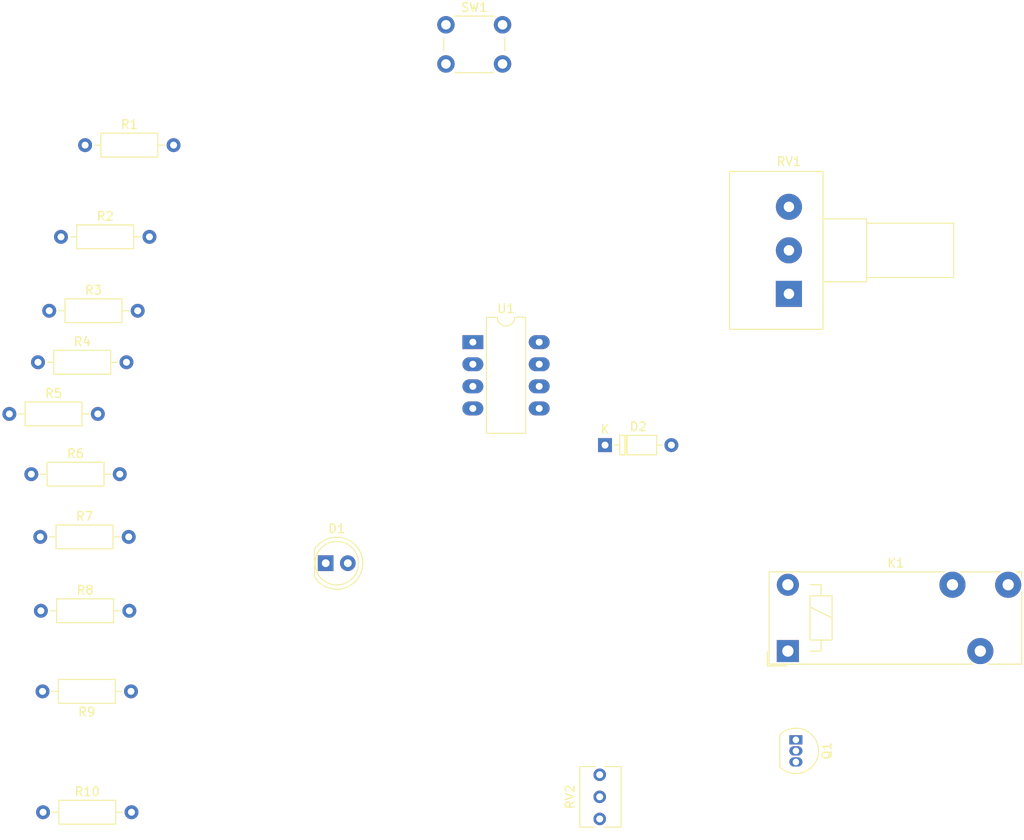
<source format=kicad_pcb>
(kicad_pcb (version 20240108) (generator "pcbnew") (generator_version "8.0")
  (layers (0 "F.Cu" signal) (31 "B.Cu" signal) (34 "B.Paste" user) (35 "F.Paste" user) (36 "B.SilkS" user "B.Silkscreen") (37 "F.SilkS" user "F.Silkscreen") (38 "B.Mask" user) (39 "F.Mask" user) (44 "Edge.Cuts" user))
  (net 0 "")
  (net 1 "GND")
  (net 2 "Net-(D1-A)")
  (net 3 "+12V")
  (net 4 "Net-(D2-A)")
  (net 8 "Net-(Q1-B)")
  (net 9 "Net-(U1A-+)")
  (net 10 "Net-(U1A--)")
  (net 11 "/V_out")
  (net 12 "Net-(U1B--)")
  (net 13 "Net-(R6-Pad1)")
  (net 14 "Net-(R7-Pad2)")
  (net 15 "Net-(U1B-+)")
  (net 16 "/V_in")
  (footprint "LED_THT:LED_D5.0mm" (layer "F.Cu") (at 88.22 104.94)
    (property "Reference" "D1" (at 1.27 -3.96 0) (layer "F.SilkS"))
    (property "Value" "LED")
    (fp_line (start -1.29 -1.545) (end -1.29 1.545) (stroke (width 0.12)) (layer "F.SilkS"))
    (fp_arc (start -1.29 -1.54483) (mid 2.072002 -2.880433) (end 4.26 0.000462) (stroke (width 0.12)) (layer "F.SilkS"))
    (fp_arc (start 4.26 -0.000462) (mid 2.072002 2.880433) (end -1.29 1.54483) (stroke (width 0.12)) (layer "F.SilkS"))
    (fp_circle (center 1.27 0) (end 3.77 0) (stroke (width 0.12)) (fill none) (layer "F.SilkS"))
    (pad "1" thru_hole rect (at 0 0) (size 1.8 1.8) (drill 0.9) (layers "*.Cu" "*.Mask") (net 1 "GND"))
    (pad "2" thru_hole circle (at 2.54 0) (size 1.8 1.8) (drill 0.9) (layers "*.Cu" "*.Mask") (net 2 "Net-(D1-A)"))
  )
  (footprint "Potentiometer_THT:Potentiometer_Bourns_3266Y_Vertical" (layer "F.Cu") (at 119.69 129.25 90)
    (property "Reference" "RV2" (at -2.54 -3.41 270) (layer "F.SilkS"))
    (property "Value" "100K")
    (fp_line (start 0.935 -2.28) (end 0.935 -0.494) (stroke (width 0.12)) (layer "F.SilkS"))
    (fp_line (start -6.015 -2.28) (end 0.935 -2.28) (stroke (width 0.12)) (layer "F.SilkS"))
    (fp_line (start -6.015 -2.28) (end -6.015 -0.494) (stroke (width 0.12)) (layer "F.SilkS"))
    (fp_line (start 0.935 0.496) (end 0.935 2.46) (stroke (width 0.12)) (layer "F.SilkS"))
    (fp_line (start -6.015 0.496) (end -6.015 2.46) (stroke (width 0.12)) (layer "F.SilkS"))
    (fp_line (start -6.015 2.46) (end 0.935 2.46) (stroke (width 0.12)) (layer "F.SilkS"))
    (pad "1" thru_hole circle (at 0 0 90) (size 1.44 1.44) (drill 0.8) (layers "*.Cu" "*.Mask") (net 12 "Net-(U1B--)"))
    (pad "2" thru_hole circle (at -2.54 0 90) (size 1.44 1.44) (drill 0.8) (layers "*.Cu" "*.Mask") (net 1 "GND"))
    (pad "3" thru_hole circle (at -5.08 0 90) (size 1.44 1.44) (drill 0.8) (layers "*.Cu" "*.Mask") (net 1 "GND"))
  )
  (footprint "Button_Switch_THT:SW_PUSH_6mm_H13mm" (layer "F.Cu") (at 102.03 43.07)
    (property "Reference" "SW1" (at 3.25 -2 0) (layer "F.SilkS"))
    (property "Value" "SW_Push")
    (fp_line (start -0.25 1.5) (end -0.25 3) (stroke (width 0.12)) (layer "F.SilkS"))
    (fp_line (start 1 5.5) (end 5.5 5.5) (stroke (width 0.12)) (layer "F.SilkS"))
    (fp_line (start 5.5 -1) (end 1 -1) (stroke (width 0.12)) (layer "F.SilkS"))
    (fp_line (start 6.75 3) (end 6.75 1.5) (stroke (width 0.12)) (layer "F.SilkS"))
    (pad "1" thru_hole circle (at 0 0 90) (size 2 2) (drill 1.1) (layers "*.Cu" "*.Mask") (net 3 "+12V"))
    (pad "1" thru_hole circle (at 6.5 0 90) (size 2 2) (drill 1.1) (layers "*.Cu" "*.Mask") (net 3 "+12V"))
    (pad "2" thru_hole circle (at 0 4.5 90) (size 2 2) (drill 1.1) (layers "*.Cu" "*.Mask") (net 14 "Net-(R7-Pad2)"))
    (pad "2" thru_hole circle (at 6.5 4.5 90) (size 2 2) (drill 1.1) (layers "*.Cu" "*.Mask") (net 14 "Net-(R7-Pad2)"))
  )
  (footprint "Resistor_THT:R_Axial_DIN0207_L6.3mm_D2.5mm_P10.16mm_Horizontal" (layer "F.Cu") (at 60.59 56.9)
    (property "Reference" "R1" (at 5.08 -2.37 0) (layer "F.SilkS"))
    (property "Value" "47K")
    (fp_line (start 1.04 0) (end 1.81 0) (stroke (width 0.12)) (layer "F.SilkS"))
    (fp_line (start 1.81 -1.37) (end 1.81 1.37) (stroke (width 0.12)) (layer "F.SilkS"))
    (fp_line (start 1.81 1.37) (end 8.35 1.37) (stroke (width 0.12)) (layer "F.SilkS"))
    (fp_line (start 8.35 -1.37) (end 1.81 -1.37) (stroke (width 0.12)) (layer "F.SilkS"))
    (fp_line (start 8.35 1.37) (end 8.35 -1.37) (stroke (width 0.12)) (layer "F.SilkS"))
    (fp_line (start 9.12 0) (end 8.35 0) (stroke (width 0.12)) (layer "F.SilkS"))
    (pad "1" thru_hole circle (at 0 0) (size 1.6 1.6) (drill 0.8) (layers "*.Cu" "*.Mask") (net 3 "+12V"))
    (pad "2" thru_hole oval (at 10.16 0) (size 1.6 1.6) (drill 0.8) (layers "*.Cu" "*.Mask") (net 9 "Net-(U1A-+)"))
  )
  (footprint "Relay_THT:Relay_1-Form-C_Schrack-RYII_RM3.2mm" (layer "F.Cu") (at 141.3 115.04)
    (property "Reference" "K1" (at 12.4 -10.12 0) (layer "F.SilkS"))
    (property "Value" "Relay_SPDT")
    (fp_line (start -2.35 0.05) (end -2.35 1.7) (stroke (width 0.12)) (layer "F.SilkS"))
    (fp_line (start -2.35 1.7) (end -0.1 1.7) (stroke (width 0.12)) (layer "F.SilkS"))
    (fp_line (start -2.15 -9.1) (end 18.05 -9.1) (stroke (width 0.12)) (layer "F.SilkS"))
    (fp_line (start -2.15 1.5) (end -2.15 -9.1) (stroke (width 0.12)) (layer "F.SilkS"))
    (fp_line (start 2.54 -7.62) (end 3.81 -7.62) (stroke (width 0.12)) (layer "F.SilkS"))
    (fp_line (start 2.54 -6.35) (end 3.81 -6.35) (stroke (width 0.12)) (layer "F.SilkS"))
    (fp_line (start 2.54 -5.08) (end 5.08 -3.81) (stroke (width 0.12)) (layer "F.SilkS"))
    (fp_line (start 2.54 -1.27) (end 2.54 -6.35) (stroke (width 0.12)) (layer "F.SilkS"))
    (fp_line (start 3.81 -7.62) (end 3.81 -6.35) (stroke (width 0.12)) (layer "F.SilkS"))
    (fp_line (start 3.81 -6.35) (end 5.08 -6.35) (stroke (width 0.12)) (layer "F.SilkS"))
    (fp_line (start 3.81 -1.27) (end 3.81 0) (stroke (width 0.12)) (layer "F.SilkS"))
    (fp_line (start 3.81 0) (end 2.54 0) (stroke (width 0.12)) (layer "F.SilkS"))
    (fp_line (start 5.08 -6.35) (end 5.08 -1.27) (stroke (width 0.12)) (layer "F.SilkS"))
    (fp_line (start 5.08 -1.27) (end 2.54 -1.27) (stroke (width 0.12)) (layer "F.SilkS"))
    (fp_line (start 19.8 -9.1) (end 24.4 -9.1) (stroke (width 0.12)) (layer "F.SilkS"))
    (fp_line (start 21.25 1.5) (end -2.15 1.5) (stroke (width 0.12)) (layer "F.SilkS"))
    (fp_line (start 26.2 -9.1) (end 26.85 -9.1) (stroke (width 0.12)) (layer "F.SilkS"))
    (fp_line (start 26.85 -9.1) (end 26.85 -8.4) (stroke (width 0.12)) (layer "F.SilkS"))
    (fp_line (start 26.85 -6.8) (end 26.85 1.5) (stroke (width 0.12)) (layer "F.SilkS"))
    (fp_line (start 26.85 1.5) (end 23 1.5) (stroke (width 0.12)) (layer "F.SilkS"))
    (pad "11" thru_hole circle (at 22.1 0) (size 3 3) (drill 1.3) (layers "*.Cu" "*.Mask"))
    (pad "12" thru_hole circle (at 18.9 -7.62) (size 3 3) (drill 1.3) (layers "*.Cu" "*.Mask"))
    (pad "14" thru_hole circle (at 25.3 -7.62) (size 3 3) (drill 1.3) (layers "*.Cu" "*.Mask"))
    (pad "A1" thru_hole rect (at 0 0) (size 2.54 2.54) (drill 1.3) (layers "*.Cu" "*.Mask") (net 3 "+12V"))
    (pad "A2" thru_hole circle (at 0 -7.62) (size 2.54 2.54) (drill 1.3) (layers "*.Cu" "*.Mask") (net 4 "Net-(D2-A)"))
  )
  (footprint "Package_TO_SOT_THT:TO-92_Inline" (layer "F.Cu") (at 142.22 125.24 -90)
    (property "Reference" "Q1" (at 1.27 -3.56 90) (layer "F.SilkS"))
    (property "Value" "BC548")
    (fp_line (start -0.53 1.85) (end 3.07 1.85) (stroke (width 0.12)) (layer "F.SilkS"))
    (fp_arc (start -0.568478 1.838478) (mid -1.132087 -0.994977) (end 1.27 -2.6) (stroke (width 0.12)) (layer "F.SilkS"))
    (fp_arc (start 1.27 -2.6) (mid 3.672087 -0.994977) (end 3.108478 1.838478) (stroke (width 0.12)) (layer "F.SilkS"))
    (pad "1" thru_hole rect (at 0 0 270) (size 1.05 1.5) (drill 0.75) (layers "*.Cu" "*.Mask") (net 4 "Net-(D2-A)"))
    (pad "2" thru_hole oval (at 1.27 0 270) (size 1.05 1.5) (drill 0.75) (layers "*.Cu" "*.Mask") (net 8 "Net-(Q1-B)"))
    (pad "3" thru_hole oval (at 2.54 0 270) (size 1.05 1.5) (drill 0.75) (layers "*.Cu" "*.Mask") (net 1 "GND"))
  )
  (footprint "Resistor_THT:R_Axial_DIN0207_L6.3mm_D2.5mm_P10.16mm_Horizontal" (layer "F.Cu") (at 55.51 110.41)
    (property "Reference" "R8" (at 5.08 -2.37 0) (layer "F.SilkS"))
    (property "Value" "1M")
    (fp_line (start 1.04 0) (end 1.81 0) (stroke (width 0.12)) (layer "F.SilkS"))
    (fp_line (start 1.81 -1.37) (end 1.81 1.37) (stroke (width 0.12)) (layer "F.SilkS"))
    (fp_line (start 1.81 1.37) (end 8.35 1.37) (stroke (width 0.12)) (layer "F.SilkS"))
    (fp_line (start 8.35 -1.37) (end 1.81 -1.37) (stroke (width 0.12)) (layer "F.SilkS"))
    (fp_line (start 8.35 1.37) (end 8.35 -1.37) (stroke (width 0.12)) (layer "F.SilkS"))
    (fp_line (start 9.12 0) (end 8.35 0) (stroke (width 0.12)) (layer "F.SilkS"))
    (pad "1" thru_hole circle (at 0 0) (size 1.6 1.6) (drill 0.8) (layers "*.Cu" "*.Mask") (net 15 "Net-(U1B-+)"))
    (pad "2" thru_hole oval (at 10.16 0) (size 1.6 1.6) (drill 0.8) (layers "*.Cu" "*.Mask") (net 1 "GND"))
  )
  (footprint "Resistor_THT:R_Axial_DIN0207_L6.3mm_D2.5mm_P10.16mm_Horizontal" (layer "F.Cu") (at 57.82 67.44)
    (property "Reference" "R2" (at 5.08 -2.37 0) (layer "F.SilkS"))
    (property "Value" "4K7")
    (fp_line (start 1.04 0) (end 1.81 0) (stroke (width 0.12)) (layer "F.SilkS"))
    (fp_line (start 1.81 -1.37) (end 1.81 1.37) (stroke (width 0.12)) (layer "F.SilkS"))
    (fp_line (start 1.81 1.37) (end 8.35 1.37) (stroke (width 0.12)) (layer "F.SilkS"))
    (fp_line (start 8.35 -1.37) (end 1.81 -1.37) (stroke (width 0.12)) (layer "F.SilkS"))
    (fp_line (start 8.35 1.37) (end 8.35 -1.37) (stroke (width 0.12)) (layer "F.SilkS"))
    (fp_line (start 9.12 0) (end 8.35 0) (stroke (width 0.12)) (layer "F.SilkS"))
    (pad "1" thru_hole circle (at 0 0) (size 1.6 1.6) (drill 0.8) (layers "*.Cu" "*.Mask") (net 9 "Net-(U1A-+)"))
    (pad "2" thru_hole oval (at 10.16 0) (size 1.6 1.6) (drill 0.8) (layers "*.Cu" "*.Mask") (net 1 "GND"))
  )
  (footprint "Resistor_THT:R_Axial_DIN0207_L6.3mm_D2.5mm_P10.16mm_Horizontal" (layer "F.Cu") (at 65.86 119.67 180)
    (property "Reference" "R9" (at 5.08 -2.37 180) (layer "F.SilkS"))
    (property "Value" "100R")
    (fp_line (start 9.12 0) (end 8.35 0) (stroke (width 0.12)) (layer "F.SilkS"))
    (fp_line (start 8.35 1.37) (end 8.35 -1.37) (stroke (width 0.12)) (layer "F.SilkS"))
    (fp_line (start 8.35 -1.37) (end 1.81 -1.37) (stroke (width 0.12)) (layer "F.SilkS"))
    (fp_line (start 1.81 1.37) (end 8.35 1.37) (stroke (width 0.12)) (layer "F.SilkS"))
    (fp_line (start 1.81 -1.37) (end 1.81 1.37) (stroke (width 0.12)) (layer "F.SilkS"))
    (fp_line (start 1.04 0) (end 1.81 0) (stroke (width 0.12)) (layer "F.SilkS"))
    (pad "1" thru_hole circle (at 0 0 180) (size 1.6 1.6) (drill 0.8) (layers "*.Cu" "*.Mask") (net 16 "/V_in"))
    (pad "2" thru_hole oval (at 10.16 0 180) (size 1.6 1.6) (drill 0.8) (layers "*.Cu" "*.Mask") (net 15 "Net-(U1B-+)"))
  )
  (footprint "Resistor_THT:R_Axial_DIN0207_L6.3mm_D2.5mm_P10.16mm_Horizontal" (layer "F.Cu") (at 51.89 87.79)
    (property "Reference" "R5" (at 5.08 -2.37 0) (layer "F.SilkS"))
    (property "Value" "2K2")
    (fp_line (start 1.04 0) (end 1.81 0) (stroke (width 0.12)) (layer "F.SilkS"))
    (fp_line (start 1.81 -1.37) (end 1.81 1.37) (stroke (width 0.12)) (layer "F.SilkS"))
    (fp_line (start 1.81 1.37) (end 8.35 1.37) (stroke (width 0.12)) (layer "F.SilkS"))
    (fp_line (start 8.35 -1.37) (end 1.81 -1.37) (stroke (width 0.12)) (layer "F.SilkS"))
    (fp_line (start 8.35 1.37) (end 8.35 -1.37) (stroke (width 0.12)) (layer "F.SilkS"))
    (fp_line (start 9.12 0) (end 8.35 0) (stroke (width 0.12)) (layer "F.SilkS"))
    (pad "1" thru_hole circle (at 0 0) (size 1.6 1.6) (drill 0.8) (layers "*.Cu" "*.Mask") (net 11 "/V_out"))
    (pad "2" thru_hole oval (at 10.16 0) (size 1.6 1.6) (drill 0.8) (layers "*.Cu" "*.Mask") (net 2 "Net-(D1-A)"))
  )
  (footprint "Diode_THT:D_DO-35_SOD27_P7.62mm_Horizontal" (layer "F.Cu") (at 120.3 91.37)
    (property "Reference" "D2" (at 3.81 -2.12 0) (layer "F.SilkS"))
    (property "Value" "D")
    (fp_line (start 1.04 0) (end 1.69 0) (stroke (width 0.12)) (layer "F.SilkS"))
    (fp_line (start 1.69 -1.12) (end 1.69 1.12) (stroke (width 0.12)) (layer "F.SilkS"))
    (fp_line (start 1.69 1.12) (end 5.93 1.12) (stroke (width 0.12)) (layer "F.SilkS"))
    (fp_line (start 2.29 -1.12) (end 2.29 1.12) (stroke (width 0.12)) (layer "F.SilkS"))
    (fp_line (start 2.41 -1.12) (end 2.41 1.12) (stroke (width 0.12)) (layer "F.SilkS"))
    (fp_line (start 2.53 -1.12) (end 2.53 1.12) (stroke (width 0.12)) (layer "F.SilkS"))
    (fp_line (start 5.93 -1.12) (end 1.69 -1.12) (stroke (width 0.12)) (layer "F.SilkS"))
    (fp_line (start 5.93 1.12) (end 5.93 -1.12) (stroke (width 0.12)) (layer "F.SilkS"))
    (fp_line (start 6.58 0) (end 5.93 0) (stroke (width 0.12)) (layer "F.SilkS"))
    (fp_text user "K" (at 0 -1.8 0) (layer "F.SilkS"))
    (pad "1" thru_hole rect (at 0 0) (size 1.6 1.6) (drill 0.8) (layers "*.Cu" "*.Mask") (net 3 "+12V"))
    (pad "2" thru_hole oval (at 7.62 0) (size 1.6 1.6) (drill 0.8) (layers "*.Cu" "*.Mask") (net 4 "Net-(D2-A)"))
  )
  (footprint "Resistor_THT:R_Axial_DIN0207_L6.3mm_D2.5mm_P10.16mm_Horizontal" (layer "F.Cu") (at 55.76 133.56)
    (property "Reference" "R10" (at 5.08 -2.37 0) (layer "F.SilkS"))
    (property "Value" "2K2")
    (fp_line (start 1.04 0) (end 1.81 0) (stroke (width 0.12)) (layer "F.SilkS"))
    (fp_line (start 1.81 -1.37) (end 1.81 1.37) (stroke (width 0.12)) (layer "F.SilkS"))
    (fp_line (start 1.81 1.37) (end 8.35 1.37) (stroke (width 0.12)) (layer "F.SilkS"))
    (fp_line (start 8.35 -1.37) (end 1.81 -1.37) (stroke (width 0.12)) (layer "F.SilkS"))
    (fp_line (start 8.35 1.37) (end 8.35 -1.37) (stroke (width 0.12)) (layer "F.SilkS"))
    (fp_line (start 9.12 0) (end 8.35 0) (stroke (width 0.12)) (layer "F.SilkS"))
    (pad "1" thru_hole circle (at 0 0) (size 1.6 1.6) (drill 0.8) (layers "*.Cu" "*.Mask") (net 11 "/V_out"))
    (pad "2" thru_hole oval (at 10.16 0) (size 1.6 1.6) (drill 0.8) (layers "*.Cu" "*.Mask") (net 8 "Net-(Q1-B)"))
  )
  (footprint "Resistor_THT:R_Axial_DIN0207_L6.3mm_D2.5mm_P10.16mm_Horizontal" (layer "F.Cu") (at 56.47 75.93)
    (property "Reference" "R3" (at 5.08 -2.37 0) (layer "F.SilkS"))
    (property "Value" "4K7")
    (fp_line (start 1.04 0) (end 1.81 0) (stroke (width 0.12)) (layer "F.SilkS"))
    (fp_line (start 1.81 -1.37) (end 1.81 1.37) (stroke (width 0.12)) (layer "F.SilkS"))
    (fp_line (start 1.81 1.37) (end 8.35 1.37) (stroke (width 0.12)) (layer "F.SilkS"))
    (fp_line (start 8.35 -1.37) (end 1.81 -1.37) (stroke (width 0.12)) (layer "F.SilkS"))
    (fp_line (start 8.35 1.37) (end 8.35 -1.37) (stroke (width 0.12)) (layer "F.SilkS"))
    (fp_line (start 9.12 0) (end 8.35 0) (stroke (width 0.12)) (layer "F.SilkS"))
    (pad "1" thru_hole circle (at 0 0) (size 1.6 1.6) (drill 0.8) (layers "*.Cu" "*.Mask") (net 10 "Net-(U1A--)"))
    (pad "2" thru_hole oval (at 10.16 0) (size 1.6 1.6) (drill 0.8) (layers "*.Cu" "*.Mask") (net 1 "GND"))
  )
  (footprint "Resistor_THT:R_Axial_DIN0207_L6.3mm_D2.5mm_P10.16mm_Horizontal" (layer "F.Cu") (at 55.44 101.92)
    (property "Reference" "R7" (at 5.08 -2.37 0) (layer "F.SilkS"))
    (property "Value" "2K2")
    (fp_line (start 1.04 0) (end 1.81 0) (stroke (width 0.12)) (layer "F.SilkS"))
    (fp_line (start 1.81 -1.37) (end 1.81 1.37) (stroke (width 0.12)) (layer "F.SilkS"))
    (fp_line (start 1.81 1.37) (end 8.35 1.37) (stroke (width 0.12)) (layer "F.SilkS"))
    (fp_line (start 8.35 -1.37) (end 1.81 -1.37) (stroke (width 0.12)) (layer "F.SilkS"))
    (fp_line (start 8.35 1.37) (end 8.35 -1.37) (stroke (width 0.12)) (layer "F.SilkS"))
    (fp_line (start 9.12 0) (end 8.35 0) (stroke (width 0.12)) (layer "F.SilkS"))
    (pad "1" thru_hole circle (at 0 0) (size 1.6 1.6) (drill 0.8) (layers "*.Cu" "*.Mask") (net 9 "Net-(U1A-+)"))
    (pad "2" thru_hole oval (at 10.16 0) (size 1.6 1.6) (drill 0.8) (layers "*.Cu" "*.Mask") (net 14 "Net-(R7-Pad2)"))
  )
  (footprint "Resistor_THT:R_Axial_DIN0207_L6.3mm_D2.5mm_P10.16mm_Horizontal" (layer "F.Cu") (at 55.18 81.85)
    (property "Reference" "R4" (at 5.08 -2.37 0) (layer "F.SilkS"))
    (property "Value" "4K7")
    (fp_line (start 1.04 0) (end 1.81 0) (stroke (width 0.12)) (layer "F.SilkS"))
    (fp_line (start 1.81 -1.37) (end 1.81 1.37) (stroke (width 0.12)) (layer "F.SilkS"))
    (fp_line (start 1.81 1.37) (end 8.35 1.37) (stroke (width 0.12)) (layer "F.SilkS"))
    (fp_line (start 8.35 -1.37) (end 1.81 -1.37) (stroke (width 0.12)) (layer "F.SilkS"))
    (fp_line (start 8.35 1.37) (end 8.35 -1.37) (stroke (width 0.12)) (layer "F.SilkS"))
    (fp_line (start 9.12 0) (end 8.35 0) (stroke (width 0.12)) (layer "F.SilkS"))
    (pad "1" thru_hole circle (at 0 0) (size 1.6 1.6) (drill 0.8) (layers "*.Cu" "*.Mask") (net 10 "Net-(U1A--)"))
    (pad "2" thru_hole oval (at 10.16 0) (size 1.6 1.6) (drill 0.8) (layers "*.Cu" "*.Mask") (net 11 "/V_out"))
  )
  (footprint "Resistor_THT:R_Axial_DIN0207_L6.3mm_D2.5mm_P10.16mm_Horizontal" (layer "F.Cu") (at 54.41 94.71)
    (property "Reference" "R6" (at 5.08 -2.37 0) (layer "F.SilkS"))
    (property "Value" "1K")
    (fp_line (start 1.04 0) (end 1.81 0) (stroke (width 0.12)) (layer "F.SilkS"))
    (fp_line (start 1.81 -1.37) (end 1.81 1.37) (stroke (width 0.12)) (layer "F.SilkS"))
    (fp_line (start 1.81 1.37) (end 8.35 1.37) (stroke (width 0.12)) (layer "F.SilkS"))
    (fp_line (start 8.35 -1.37) (end 1.81 -1.37) (stroke (width 0.12)) (layer "F.SilkS"))
    (fp_line (start 8.35 1.37) (end 8.35 -1.37) (stroke (width 0.12)) (layer "F.SilkS"))
    (fp_line (start 9.12 0) (end 8.35 0) (stroke (width 0.12)) (layer "F.SilkS"))
    (pad "1" thru_hole circle (at 0 0) (size 1.6 1.6) (drill 0.8) (layers "*.Cu" "*.Mask") (net 13 "Net-(R6-Pad1)"))
    (pad "2" thru_hole oval (at 10.16 0) (size 1.6 1.6) (drill 0.8) (layers "*.Cu" "*.Mask") (net 12 "Net-(U1B--)"))
  )
  (footprint "Package_DIP:CERDIP-8_W7.62mm_SideBrazed_LongPads" (layer "F.Cu") (at 105.12 79.54)
    (property "Reference" "U1" (at 3.81 -3.855 0) (layer "F.SilkS"))
    (property "Value" "LM358")
    (fp_line (start 1.56 -2.855) (end 1.56 10.475) (stroke (width 0.12)) (layer "F.SilkS"))
    (fp_line (start 1.56 10.475) (end 6.06 10.475) (stroke (width 0.12)) (layer "F.SilkS"))
    (fp_line (start 2.81 -2.855) (end 1.56 -2.855) (stroke (width 0.12)) (layer "F.SilkS"))
    (fp_line (start 6.06 -2.855) (end 4.81 -2.855) (stroke (width 0.12)) (layer "F.SilkS"))
    (fp_line (start 6.06 10.475) (end 6.06 -2.855) (stroke (width 0.12)) (layer "F.SilkS"))
    (fp_arc (start 4.81 -2.855) (mid 3.81 -1.855) (end 2.81 -2.855) (stroke (width 0.12)) (layer "F.SilkS"))
    (pad "1" thru_hole rect (at 0 0) (size 2.4 1.6) (drill 0.8) (layers "*.Cu" "*.Mask") (net 13 "Net-(R6-Pad1)"))
    (pad "2" thru_hole oval (at 0 2.54) (size 2.4 1.6) (drill 0.8) (layers "*.Cu" "*.Mask") (net 10 "Net-(U1A--)"))
    (pad "3" thru_hole oval (at 0 5.08) (size 2.4 1.6) (drill 0.8) (layers "*.Cu" "*.Mask") (net 9 "Net-(U1A-+)"))
    (pad "4" thru_hole oval (at 0 7.62) (size 2.4 1.6) (drill 0.8) (layers "*.Cu" "*.Mask") (net 1 "GND"))
    (pad "5" thru_hole oval (at 7.62 7.62) (size 2.4 1.6) (drill 0.8) (layers "*.Cu" "*.Mask") (net 15 "Net-(U1B-+)"))
    (pad "6" thru_hole oval (at 7.62 5.08) (size 2.4 1.6) (drill 0.8) (layers "*.Cu" "*.Mask") (net 12 "Net-(U1B--)"))
    (pad "7" thru_hole oval (at 7.62 2.54) (size 2.4 1.6) (drill 0.8) (layers "*.Cu" "*.Mask") (net 11 "/V_out"))
    (pad "8" thru_hole oval (at 7.62 0) (size 2.4 1.6) (drill 0.8) (layers "*.Cu" "*.Mask") (net 3 "+12V"))
  )
  (footprint "Potentiometer_THT:Potentiometer_Alps_RK163_Single_Horizontal" (layer "F.Cu") (at 141.42 73.99 180)
    (property "Reference" "RV1" (at 0 15.2 180) (layer "F.SilkS"))
    (property "Value" "R_Potentiometer_US")
    (fp_line (start 6.82 14.07) (end 6.82 -4.07) (stroke (width 0.12)) (layer "F.SilkS"))
    (fp_line (start 6.82 14.07) (end -3.92 14.07) (stroke (width 0.12)) (layer "F.SilkS"))
    (fp_line (start 6.82 -4.07) (end -3.92 -4.07) (stroke (width 0.12)) (layer "F.SilkS"))
    (fp_line (start -3.92 14.07) (end -3.92 -4.07) (stroke (width 0.12)) (layer "F.SilkS"))
    (fp_line (start -3.92 8.62) (end -8.92 8.62) (stroke (width 0.12)) (layer "F.SilkS"))
    (fp_line (start -3.92 1.38) (end -8.92 1.38) (stroke (width 0.12)) (layer "F.SilkS"))
    (fp_line (start -8.92 8.62) (end -8.92 1.38) (stroke (width 0.12)) (layer "F.SilkS"))
    (fp_line (start -8.92 8.12) (end -18.92 8.12) (stroke (width 0.12)) (layer "F.SilkS"))
    (fp_line (start -8.92 1.88) (end -18.92 1.88) (stroke (width 0.12)) (layer "F.SilkS"))
    (fp_line (start -18.92 8.12) (end -18.92 1.88) (stroke (width 0.12)) (layer "F.SilkS"))
    (pad "1" thru_hole rect (at 0 0) (size 3 3) (drill 1.2) (layers "*.Cu" "*.Mask") (net 3 "+12V"))
    (pad "2" thru_hole circle (at 0 5) (size 3 3) (drill 1.2) (layers "*.Cu" "*.Mask") (net 16 "/V_in"))
    (pad "3" thru_hole circle (at 0 10) (size 3 3) (drill 1.2) (layers "*.Cu" "*.Mask") (net 1 "GND"))
  )
)
</source>
